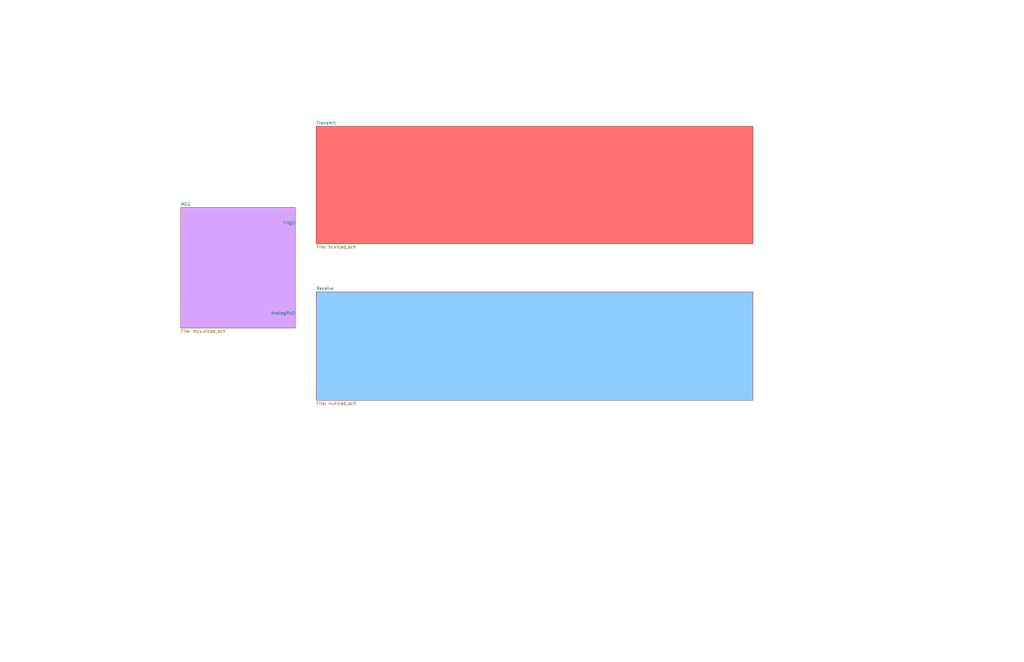
<source format=kicad_sch>
(kicad_sch
	(version 20231120)
	(generator "eeschema")
	(generator_version "8.0")
	(uuid "bd24c4db-4e36-4117-bd4f-5228ef241da9")
	(paper "B")
	(title_block
		(title "Ultrasound")
		(rev "0.1")
		(company "Ege Turan")
		(comment 2 "Stanford, CA 94305")
		(comment 3 "Electrical Engineering Department")
		(comment 4 "Stanford University")
	)
	(lib_symbols)
	(sheet
		(at 133.35 123.19)
		(size 184.15 45.72)
		(fields_autoplaced yes)
		(stroke
			(width 0.1524)
			(type solid)
		)
		(fill
			(color 141 204 255 1.0000)
		)
		(uuid "1c4481c7-b117-41e4-9edc-8c9b52f2e629")
		(property "Sheetname" "Receive"
			(at 133.35 122.4784 0)
			(effects
				(font
					(size 1.27 1.27)
				)
				(justify left bottom)
			)
		)
		(property "Sheetfile" "rx.kicad_sch"
			(at 133.35 169.4946 0)
			(effects
				(font
					(size 1.27 1.27)
				)
				(justify left top)
			)
		)
		(instances
			(project "UTv0"
				(path "/bd24c4db-4e36-4117-bd4f-5228ef241da9"
					(page "4")
				)
			)
		)
	)
	(sheet
		(at 133.35 53.34)
		(size 184.15 49.53)
		(fields_autoplaced yes)
		(stroke
			(width 0.1524)
			(type solid)
		)
		(fill
			(color 255 112 112 1.0000)
		)
		(uuid "347c3b27-5569-44f0-9bfc-0cdf1d200bc1")
		(property "Sheetname" "Transmit"
			(at 133.35 52.6284 0)
			(effects
				(font
					(size 1.27 1.27)
				)
				(justify left bottom)
			)
		)
		(property "Sheetfile" "tx.kicad_sch"
			(at 133.35 103.4546 0)
			(effects
				(font
					(size 1.27 1.27)
				)
				(justify left top)
			)
		)
		(instances
			(project "UTv0"
				(path "/bd24c4db-4e36-4117-bd4f-5228ef241da9"
					(page "3")
				)
			)
		)
	)
	(sheet
		(at 76.2 87.63)
		(size 48.26 50.8)
		(fields_autoplaced yes)
		(stroke
			(width 0.1524)
			(type solid)
		)
		(fill
			(color 215 163 255 1.0000)
		)
		(uuid "7e464b7c-fefd-453a-875a-b2ebab01e306")
		(property "Sheetname" "MCU"
			(at 76.2 86.9184 0)
			(effects
				(font
					(size 1.27 1.27)
				)
				(justify left bottom)
			)
		)
		(property "Sheetfile" "mcu.kicad_sch"
			(at 76.2 139.0146 0)
			(effects
				(font
					(size 1.27 1.27)
				)
				(justify left top)
			)
		)
		(pin "Trig" output
			(at 124.46 93.98 0)
			(effects
				(font
					(size 1.27 1.27)
				)
				(justify right)
			)
			(uuid "37694029-56c1-48c7-b731-6983f9387323")
		)
		(pin "AnalogRx" output
			(at 124.46 132.08 0)
			(effects
				(font
					(size 1.27 1.27)
				)
				(justify right)
			)
			(uuid "2a94eecf-51ac-4ebb-9b23-711a96f84c1f")
		)
		(instances
			(project "UTv0"
				(path "/bd24c4db-4e36-4117-bd4f-5228ef241da9"
					(page "2")
				)
			)
		)
	)
	(sheet_instances
		(path "/"
			(page "1")
		)
	)
)

</source>
